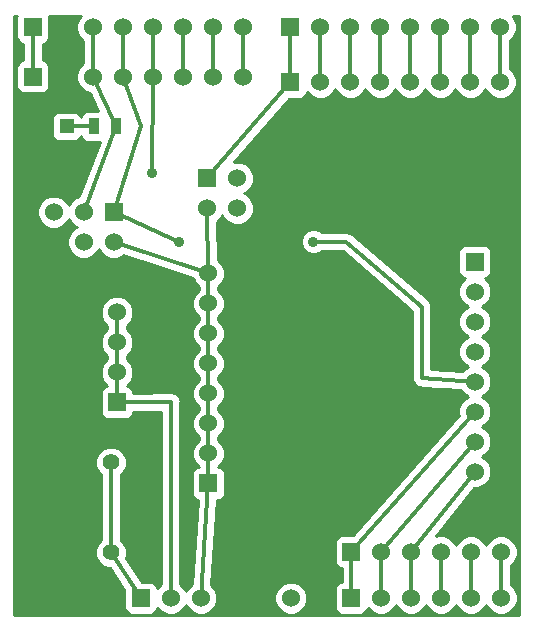
<source format=gtl>
G04 (created by PCBNEW-RS274X (2011-nov-30)-testing) date Fri 25 May 2012 05:34:57 PM EDT*
%MOIN*%
G04 Gerber Fmt 3.4, Leading zero omitted, Abs format*
%FSLAX34Y34*%
G01*
G70*
G90*
G04 APERTURE LIST*
%ADD10C,0.006*%
%ADD11R,0.0472X0.0472*%
%ADD12R,0.06X0.06*%
%ADD13C,0.06*%
%ADD14R,0.035X0.055*%
%ADD15C,0.055*%
%ADD16C,0.035*%
%ADD17C,0.014*%
%ADD18C,0.01*%
G04 APERTURE END LIST*
G54D10*
G54D11*
X55697Y-36800D03*
X56523Y-36800D03*
G54D12*
X58996Y-52520D03*
G54D13*
X59996Y-52520D03*
X60996Y-52520D03*
X61996Y-52520D03*
X62996Y-52520D03*
X63996Y-52520D03*
G54D12*
X61210Y-38530D03*
G54D13*
X62210Y-38530D03*
X61210Y-39530D03*
X62210Y-39530D03*
G54D12*
X58087Y-39657D03*
G54D13*
X58087Y-40657D03*
X57087Y-39657D03*
X57087Y-40657D03*
X56087Y-39657D03*
X56087Y-40657D03*
G54D14*
X57425Y-36800D03*
X58175Y-36800D03*
G54D15*
X58000Y-51000D03*
X56000Y-51000D03*
X58000Y-48000D03*
X56000Y-48000D03*
G54D12*
X55398Y-35146D03*
G54D13*
X56398Y-35146D03*
X57398Y-35146D03*
X58398Y-35146D03*
X59398Y-35146D03*
X60398Y-35146D03*
X61398Y-35146D03*
X62398Y-35146D03*
G54D12*
X63980Y-33491D03*
G54D13*
X64980Y-33491D03*
X65980Y-33491D03*
X66980Y-33491D03*
X67980Y-33491D03*
X68980Y-33491D03*
X69980Y-33491D03*
X70980Y-33491D03*
G54D12*
X63980Y-35320D03*
G54D13*
X64980Y-35320D03*
X65980Y-35320D03*
X66980Y-35320D03*
X67980Y-35320D03*
X68980Y-35320D03*
X69980Y-35320D03*
X70980Y-35320D03*
G54D12*
X55398Y-33492D03*
G54D13*
X56398Y-33492D03*
X57398Y-33492D03*
X58398Y-33492D03*
X59398Y-33492D03*
X60398Y-33492D03*
X61398Y-33492D03*
X62398Y-33492D03*
G54D12*
X61250Y-48700D03*
G54D13*
X61250Y-47700D03*
X61250Y-46700D03*
X61250Y-45700D03*
X61250Y-44700D03*
X61250Y-43700D03*
X61250Y-42700D03*
X61250Y-41700D03*
G54D12*
X65854Y-48776D03*
G54D13*
X65854Y-47776D03*
X65854Y-46776D03*
X65854Y-45776D03*
X65854Y-44776D03*
X65854Y-43776D03*
X65854Y-42776D03*
X65854Y-41776D03*
G54D12*
X70130Y-41303D03*
G54D13*
X70130Y-42303D03*
X70130Y-43303D03*
X70130Y-44303D03*
X70130Y-45303D03*
X70130Y-46303D03*
X70130Y-47303D03*
X70130Y-48303D03*
G54D12*
X66004Y-52520D03*
G54D13*
X67004Y-52520D03*
X68004Y-52520D03*
X69004Y-52520D03*
X70004Y-52520D03*
X71004Y-52520D03*
G54D12*
X66004Y-50984D03*
G54D13*
X67004Y-50984D03*
X68004Y-50984D03*
X69004Y-50984D03*
X70004Y-50984D03*
X71004Y-50984D03*
G54D12*
X58200Y-46000D03*
G54D13*
X58200Y-45000D03*
X58200Y-44000D03*
X58200Y-43000D03*
G54D16*
X59360Y-38360D03*
X60270Y-40640D03*
X64750Y-40640D03*
G54D17*
X60398Y-35146D02*
X60398Y-33492D01*
X59360Y-38360D02*
X59398Y-35146D01*
X59398Y-33492D02*
X59398Y-35146D01*
X64750Y-40640D02*
X65840Y-40640D01*
X58398Y-35146D02*
X58398Y-33492D01*
X59000Y-36800D02*
X58398Y-35146D01*
X58087Y-39657D02*
X59000Y-36800D01*
X65840Y-40640D02*
X68360Y-42810D01*
X68360Y-42810D02*
X68360Y-45190D01*
X68360Y-45190D02*
X70130Y-45303D01*
X58087Y-39657D02*
X60270Y-40640D01*
X57087Y-39657D02*
X58175Y-36800D01*
X58175Y-36800D02*
X57398Y-35146D01*
X57398Y-35146D02*
X57398Y-33492D01*
X68980Y-35320D02*
X68981Y-33492D01*
X67981Y-33492D02*
X67980Y-35320D01*
X58200Y-44000D02*
X58200Y-43000D01*
X58200Y-45000D02*
X58200Y-44000D01*
X58200Y-46000D02*
X58200Y-45000D01*
X59996Y-52520D02*
X60000Y-45980D01*
X60000Y-45980D02*
X58200Y-46000D01*
X66980Y-35320D02*
X66981Y-33492D01*
X65981Y-33492D02*
X65980Y-35320D01*
X61250Y-41700D02*
X61210Y-39530D01*
X61250Y-45700D02*
X61250Y-44700D01*
X60996Y-52520D02*
X61250Y-48700D01*
X61250Y-47700D02*
X61250Y-46700D01*
X61250Y-46700D02*
X61250Y-45700D01*
X61250Y-48700D02*
X61250Y-47700D01*
X61250Y-42700D02*
X61250Y-41700D01*
X61250Y-44700D02*
X61250Y-43700D01*
X61250Y-43700D02*
X61250Y-42700D01*
X61250Y-41700D02*
X58087Y-40657D01*
X64980Y-35320D02*
X64981Y-33492D01*
X61210Y-38530D02*
X63980Y-35320D01*
X63980Y-35320D02*
X63981Y-33492D01*
X62398Y-35146D02*
X62398Y-33492D01*
X61398Y-33492D02*
X61398Y-35146D01*
X66004Y-52520D02*
X66004Y-50984D01*
X66004Y-50984D02*
X70130Y-46303D01*
X67004Y-50984D02*
X70130Y-47303D01*
X67004Y-52520D02*
X67004Y-50984D01*
X68004Y-50984D02*
X70130Y-48303D01*
X68004Y-52520D02*
X68004Y-50984D01*
X69004Y-52520D02*
X69004Y-50984D01*
X70004Y-52520D02*
X70004Y-50984D01*
X71004Y-52520D02*
X71004Y-50984D01*
X55398Y-35146D02*
X55398Y-33492D01*
X58000Y-51000D02*
X58000Y-48000D01*
X58996Y-52520D02*
X58000Y-51000D01*
X70980Y-35320D02*
X70981Y-33492D01*
X69981Y-33492D02*
X69980Y-35320D01*
X57425Y-36800D02*
X56523Y-36800D01*
G54D10*
G36*
X71604Y-53100D02*
X71553Y-53100D01*
X71553Y-52629D01*
X71553Y-52411D01*
X71469Y-52209D01*
X71324Y-52064D01*
X71324Y-51440D01*
X71469Y-51295D01*
X71553Y-51093D01*
X71553Y-50875D01*
X71469Y-50673D01*
X71315Y-50519D01*
X71113Y-50435D01*
X70895Y-50435D01*
X70693Y-50519D01*
X70539Y-50673D01*
X70504Y-50757D01*
X70469Y-50673D01*
X70315Y-50519D01*
X70113Y-50435D01*
X69895Y-50435D01*
X69693Y-50519D01*
X69539Y-50673D01*
X69504Y-50757D01*
X69469Y-50673D01*
X69315Y-50519D01*
X69113Y-50435D01*
X68895Y-50435D01*
X68824Y-50464D01*
X70102Y-48852D01*
X70239Y-48852D01*
X70441Y-48768D01*
X70595Y-48614D01*
X70679Y-48412D01*
X70679Y-48194D01*
X70595Y-47992D01*
X70441Y-47838D01*
X70356Y-47803D01*
X70441Y-47768D01*
X70595Y-47614D01*
X70679Y-47412D01*
X70679Y-47194D01*
X70595Y-46992D01*
X70441Y-46838D01*
X70356Y-46803D01*
X70441Y-46768D01*
X70595Y-46614D01*
X70679Y-46412D01*
X70679Y-46194D01*
X70595Y-45992D01*
X70441Y-45838D01*
X70356Y-45803D01*
X70441Y-45768D01*
X70595Y-45614D01*
X70679Y-45412D01*
X70679Y-45194D01*
X70595Y-44992D01*
X70441Y-44838D01*
X70356Y-44803D01*
X70441Y-44768D01*
X70595Y-44614D01*
X70679Y-44412D01*
X70679Y-44194D01*
X70595Y-43992D01*
X70441Y-43838D01*
X70356Y-43803D01*
X70441Y-43768D01*
X70595Y-43614D01*
X70679Y-43412D01*
X70679Y-43194D01*
X70595Y-42992D01*
X70441Y-42838D01*
X70356Y-42803D01*
X70441Y-42768D01*
X70595Y-42614D01*
X70679Y-42412D01*
X70679Y-42194D01*
X70595Y-41992D01*
X70455Y-41852D01*
X70479Y-41852D01*
X70571Y-41814D01*
X70641Y-41744D01*
X70679Y-41653D01*
X70679Y-41554D01*
X70679Y-40954D01*
X70641Y-40862D01*
X70571Y-40792D01*
X70480Y-40754D01*
X70381Y-40754D01*
X69781Y-40754D01*
X69689Y-40792D01*
X69619Y-40862D01*
X69581Y-40953D01*
X69581Y-41052D01*
X69581Y-41652D01*
X69619Y-41744D01*
X69689Y-41814D01*
X69780Y-41852D01*
X69805Y-41852D01*
X69665Y-41992D01*
X69581Y-42194D01*
X69581Y-42412D01*
X69665Y-42614D01*
X69819Y-42768D01*
X69903Y-42803D01*
X69819Y-42838D01*
X69665Y-42992D01*
X69581Y-43194D01*
X69581Y-43412D01*
X69665Y-43614D01*
X69819Y-43768D01*
X69903Y-43803D01*
X69819Y-43838D01*
X69665Y-43992D01*
X69581Y-44194D01*
X69581Y-44412D01*
X69665Y-44614D01*
X69819Y-44768D01*
X69903Y-44803D01*
X69819Y-44838D01*
X69700Y-44956D01*
X68680Y-44890D01*
X68680Y-42810D01*
X68678Y-42800D01*
X68680Y-42784D01*
X68662Y-42723D01*
X68656Y-42688D01*
X68650Y-42680D01*
X68646Y-42663D01*
X68601Y-42606D01*
X68586Y-42584D01*
X68580Y-42580D01*
X68569Y-42566D01*
X66049Y-40397D01*
X65997Y-40368D01*
X65962Y-40344D01*
X65951Y-40341D01*
X65941Y-40336D01*
X65890Y-40329D01*
X65840Y-40320D01*
X65031Y-40320D01*
X64991Y-40280D01*
X64835Y-40215D01*
X64666Y-40215D01*
X64510Y-40279D01*
X64390Y-40399D01*
X64325Y-40555D01*
X64325Y-40724D01*
X64389Y-40880D01*
X64509Y-41000D01*
X64665Y-41065D01*
X64834Y-41065D01*
X64990Y-41001D01*
X65031Y-40960D01*
X65720Y-40960D01*
X68040Y-42954D01*
X68040Y-45190D01*
X68050Y-45244D01*
X68057Y-45293D01*
X68061Y-45301D01*
X68064Y-45312D01*
X68094Y-45357D01*
X68120Y-45401D01*
X68128Y-45407D01*
X68134Y-45416D01*
X68173Y-45442D01*
X68219Y-45478D01*
X68230Y-45480D01*
X68238Y-45486D01*
X68288Y-45495D01*
X68339Y-45509D01*
X68360Y-45510D01*
X69656Y-45594D01*
X69665Y-45614D01*
X69819Y-45768D01*
X69903Y-45803D01*
X69819Y-45838D01*
X69665Y-45992D01*
X69581Y-46194D01*
X69581Y-46412D01*
X69589Y-46432D01*
X66061Y-50435D01*
X65655Y-50435D01*
X65563Y-50473D01*
X65493Y-50543D01*
X65455Y-50634D01*
X65455Y-50733D01*
X65455Y-51333D01*
X65493Y-51425D01*
X65563Y-51495D01*
X65654Y-51533D01*
X65684Y-51533D01*
X65684Y-51971D01*
X65655Y-51971D01*
X65563Y-52009D01*
X65493Y-52079D01*
X65455Y-52170D01*
X65455Y-52269D01*
X65455Y-52869D01*
X65493Y-52961D01*
X65563Y-53031D01*
X65654Y-53069D01*
X65753Y-53069D01*
X66353Y-53069D01*
X66445Y-53031D01*
X66515Y-52961D01*
X66553Y-52870D01*
X66553Y-52845D01*
X66693Y-52985D01*
X66895Y-53069D01*
X67113Y-53069D01*
X67315Y-52985D01*
X67469Y-52831D01*
X67504Y-52746D01*
X67539Y-52831D01*
X67693Y-52985D01*
X67895Y-53069D01*
X68113Y-53069D01*
X68315Y-52985D01*
X68469Y-52831D01*
X68504Y-52746D01*
X68539Y-52831D01*
X68693Y-52985D01*
X68895Y-53069D01*
X69113Y-53069D01*
X69315Y-52985D01*
X69469Y-52831D01*
X69504Y-52746D01*
X69539Y-52831D01*
X69693Y-52985D01*
X69895Y-53069D01*
X70113Y-53069D01*
X70315Y-52985D01*
X70469Y-52831D01*
X70504Y-52746D01*
X70539Y-52831D01*
X70693Y-52985D01*
X70895Y-53069D01*
X71113Y-53069D01*
X71315Y-52985D01*
X71469Y-52831D01*
X71553Y-52629D01*
X71553Y-53100D01*
X64545Y-53100D01*
X64545Y-52629D01*
X64545Y-52411D01*
X64461Y-52209D01*
X64307Y-52055D01*
X64105Y-51971D01*
X63887Y-51971D01*
X63685Y-52055D01*
X63531Y-52209D01*
X63447Y-52411D01*
X63447Y-52629D01*
X63531Y-52831D01*
X63685Y-52985D01*
X63887Y-53069D01*
X64105Y-53069D01*
X64307Y-52985D01*
X64461Y-52831D01*
X64545Y-52629D01*
X64545Y-53100D01*
X54774Y-53100D01*
X54774Y-33121D01*
X54857Y-33121D01*
X54849Y-33142D01*
X54849Y-33241D01*
X54849Y-33841D01*
X54887Y-33933D01*
X54957Y-34003D01*
X55048Y-34041D01*
X55078Y-34041D01*
X55078Y-34597D01*
X55049Y-34597D01*
X54957Y-34635D01*
X54887Y-34705D01*
X54849Y-34796D01*
X54849Y-34895D01*
X54849Y-35495D01*
X54887Y-35587D01*
X54957Y-35657D01*
X55048Y-35695D01*
X55147Y-35695D01*
X55747Y-35695D01*
X55839Y-35657D01*
X55909Y-35587D01*
X55947Y-35496D01*
X55947Y-35397D01*
X55947Y-34797D01*
X55909Y-34705D01*
X55839Y-34635D01*
X55748Y-34597D01*
X55718Y-34597D01*
X55718Y-34041D01*
X55747Y-34041D01*
X55839Y-34003D01*
X55909Y-33933D01*
X55947Y-33842D01*
X55947Y-33743D01*
X55947Y-33143D01*
X55937Y-33121D01*
X56993Y-33121D01*
X56933Y-33181D01*
X56849Y-33383D01*
X56849Y-33601D01*
X56933Y-33803D01*
X57078Y-33948D01*
X57078Y-34690D01*
X56933Y-34835D01*
X56849Y-35037D01*
X56849Y-35255D01*
X56933Y-35457D01*
X57087Y-35611D01*
X57289Y-35695D01*
X57302Y-35695D01*
X57575Y-36276D01*
X57551Y-36276D01*
X57201Y-36276D01*
X57109Y-36314D01*
X57039Y-36384D01*
X57001Y-36475D01*
X57001Y-36480D01*
X56993Y-36480D01*
X56970Y-36423D01*
X56900Y-36353D01*
X56809Y-36315D01*
X56710Y-36315D01*
X56238Y-36315D01*
X56146Y-36353D01*
X56076Y-36423D01*
X56038Y-36514D01*
X56038Y-36613D01*
X56038Y-37085D01*
X56076Y-37177D01*
X56146Y-37247D01*
X56237Y-37285D01*
X56336Y-37285D01*
X56808Y-37285D01*
X56900Y-37247D01*
X56970Y-37177D01*
X56993Y-37120D01*
X57001Y-37120D01*
X57001Y-37124D01*
X57039Y-37216D01*
X57109Y-37286D01*
X57200Y-37324D01*
X57299Y-37324D01*
X57630Y-37324D01*
X56948Y-39120D01*
X56776Y-39192D01*
X56622Y-39346D01*
X56587Y-39430D01*
X56552Y-39346D01*
X56398Y-39192D01*
X56196Y-39108D01*
X55978Y-39108D01*
X55776Y-39192D01*
X55622Y-39346D01*
X55538Y-39548D01*
X55538Y-39766D01*
X55622Y-39968D01*
X55776Y-40122D01*
X55978Y-40206D01*
X56196Y-40206D01*
X56398Y-40122D01*
X56552Y-39968D01*
X56587Y-39883D01*
X56622Y-39968D01*
X56776Y-40122D01*
X56860Y-40157D01*
X56776Y-40192D01*
X56622Y-40346D01*
X56538Y-40548D01*
X56538Y-40766D01*
X56622Y-40968D01*
X56776Y-41122D01*
X56978Y-41206D01*
X57196Y-41206D01*
X57398Y-41122D01*
X57552Y-40968D01*
X57587Y-40883D01*
X57622Y-40968D01*
X57776Y-41122D01*
X57978Y-41206D01*
X58196Y-41206D01*
X58398Y-41122D01*
X58417Y-41102D01*
X60722Y-41860D01*
X60785Y-42011D01*
X60930Y-42156D01*
X60930Y-42244D01*
X60785Y-42389D01*
X60701Y-42591D01*
X60701Y-42809D01*
X60785Y-43011D01*
X60930Y-43156D01*
X60930Y-43244D01*
X60785Y-43389D01*
X60701Y-43591D01*
X60701Y-43809D01*
X60785Y-44011D01*
X60930Y-44156D01*
X60930Y-44244D01*
X60785Y-44389D01*
X60701Y-44591D01*
X60701Y-44809D01*
X60785Y-45011D01*
X60930Y-45156D01*
X60930Y-45244D01*
X60785Y-45389D01*
X60701Y-45591D01*
X60701Y-45809D01*
X60785Y-46011D01*
X60930Y-46156D01*
X60930Y-46244D01*
X60785Y-46389D01*
X60701Y-46591D01*
X60701Y-46809D01*
X60785Y-47011D01*
X60930Y-47156D01*
X60930Y-47244D01*
X60785Y-47389D01*
X60701Y-47591D01*
X60701Y-47809D01*
X60785Y-48011D01*
X60925Y-48151D01*
X60901Y-48151D01*
X60809Y-48189D01*
X60739Y-48259D01*
X60701Y-48350D01*
X60701Y-48449D01*
X60701Y-49049D01*
X60739Y-49141D01*
X60809Y-49211D01*
X60892Y-49245D01*
X60707Y-52045D01*
X60685Y-52055D01*
X60531Y-52209D01*
X60496Y-52293D01*
X60461Y-52209D01*
X60316Y-52064D01*
X60316Y-45999D01*
X60320Y-45978D01*
X60295Y-45856D01*
X60224Y-45753D01*
X60119Y-45684D01*
X60095Y-45679D01*
X59996Y-45660D01*
X59990Y-45661D01*
X58749Y-45674D01*
X58749Y-45651D01*
X58711Y-45559D01*
X58641Y-45489D01*
X58550Y-45451D01*
X58525Y-45451D01*
X58665Y-45311D01*
X58749Y-45109D01*
X58749Y-44891D01*
X58665Y-44689D01*
X58520Y-44544D01*
X58520Y-44456D01*
X58665Y-44311D01*
X58749Y-44109D01*
X58749Y-43891D01*
X58665Y-43689D01*
X58520Y-43544D01*
X58520Y-43456D01*
X58665Y-43311D01*
X58749Y-43109D01*
X58749Y-42891D01*
X58665Y-42689D01*
X58511Y-42535D01*
X58309Y-42451D01*
X58091Y-42451D01*
X57889Y-42535D01*
X57735Y-42689D01*
X57651Y-42891D01*
X57651Y-43109D01*
X57735Y-43311D01*
X57880Y-43456D01*
X57880Y-43544D01*
X57735Y-43689D01*
X57651Y-43891D01*
X57651Y-44109D01*
X57735Y-44311D01*
X57880Y-44456D01*
X57880Y-44544D01*
X57735Y-44689D01*
X57651Y-44891D01*
X57651Y-45109D01*
X57735Y-45311D01*
X57875Y-45451D01*
X57851Y-45451D01*
X57759Y-45489D01*
X57689Y-45559D01*
X57651Y-45650D01*
X57651Y-45749D01*
X57651Y-46349D01*
X57689Y-46441D01*
X57759Y-46511D01*
X57850Y-46549D01*
X57949Y-46549D01*
X58549Y-46549D01*
X58641Y-46511D01*
X58711Y-46441D01*
X58749Y-46350D01*
X58749Y-46314D01*
X59676Y-46304D01*
X59676Y-52064D01*
X59545Y-52195D01*
X59545Y-52171D01*
X59507Y-52079D01*
X59437Y-52009D01*
X59346Y-51971D01*
X59247Y-51971D01*
X59018Y-51971D01*
X58496Y-51173D01*
X58525Y-51105D01*
X58525Y-50896D01*
X58445Y-50703D01*
X58320Y-50577D01*
X58320Y-48422D01*
X58445Y-48298D01*
X58525Y-48105D01*
X58525Y-47896D01*
X58445Y-47703D01*
X58298Y-47555D01*
X58105Y-47475D01*
X57896Y-47475D01*
X57703Y-47555D01*
X57555Y-47702D01*
X57475Y-47895D01*
X57475Y-48104D01*
X57555Y-48297D01*
X57680Y-48422D01*
X57680Y-50577D01*
X57555Y-50702D01*
X57475Y-50895D01*
X57475Y-51104D01*
X57555Y-51297D01*
X57702Y-51445D01*
X57895Y-51525D01*
X57960Y-51525D01*
X58447Y-52267D01*
X58447Y-52269D01*
X58447Y-52869D01*
X58485Y-52961D01*
X58555Y-53031D01*
X58646Y-53069D01*
X58745Y-53069D01*
X59345Y-53069D01*
X59437Y-53031D01*
X59507Y-52961D01*
X59545Y-52870D01*
X59545Y-52845D01*
X59685Y-52985D01*
X59887Y-53069D01*
X60105Y-53069D01*
X60307Y-52985D01*
X60461Y-52831D01*
X60496Y-52746D01*
X60531Y-52831D01*
X60685Y-52985D01*
X60887Y-53069D01*
X61105Y-53069D01*
X61307Y-52985D01*
X61461Y-52831D01*
X61545Y-52629D01*
X61545Y-52411D01*
X61461Y-52209D01*
X61344Y-52092D01*
X61533Y-49249D01*
X61599Y-49249D01*
X61691Y-49211D01*
X61761Y-49141D01*
X61799Y-49050D01*
X61799Y-48951D01*
X61799Y-48351D01*
X61761Y-48259D01*
X61691Y-48189D01*
X61600Y-48151D01*
X61575Y-48151D01*
X61715Y-48011D01*
X61799Y-47809D01*
X61799Y-47591D01*
X61715Y-47389D01*
X61570Y-47244D01*
X61570Y-47156D01*
X61715Y-47011D01*
X61799Y-46809D01*
X61799Y-46591D01*
X61715Y-46389D01*
X61570Y-46244D01*
X61570Y-46156D01*
X61715Y-46011D01*
X61799Y-45809D01*
X61799Y-45591D01*
X61715Y-45389D01*
X61570Y-45244D01*
X61570Y-45156D01*
X61715Y-45011D01*
X61799Y-44809D01*
X61799Y-44591D01*
X61715Y-44389D01*
X61570Y-44244D01*
X61570Y-44156D01*
X61715Y-44011D01*
X61799Y-43809D01*
X61799Y-43591D01*
X61715Y-43389D01*
X61570Y-43244D01*
X61570Y-43156D01*
X61715Y-43011D01*
X61799Y-42809D01*
X61799Y-42591D01*
X61715Y-42389D01*
X61570Y-42244D01*
X61570Y-42156D01*
X61715Y-42011D01*
X61799Y-41809D01*
X61799Y-41591D01*
X61715Y-41389D01*
X61563Y-41237D01*
X61538Y-39977D01*
X61675Y-39841D01*
X61710Y-39756D01*
X61745Y-39841D01*
X61899Y-39995D01*
X62101Y-40079D01*
X62319Y-40079D01*
X62521Y-39995D01*
X62675Y-39841D01*
X62759Y-39639D01*
X62759Y-39421D01*
X62675Y-39219D01*
X62521Y-39065D01*
X62436Y-39030D01*
X62521Y-38995D01*
X62675Y-38841D01*
X62759Y-38639D01*
X62759Y-38421D01*
X62675Y-38219D01*
X62521Y-38065D01*
X62319Y-37981D01*
X62106Y-37981D01*
X63929Y-35869D01*
X64329Y-35869D01*
X64421Y-35831D01*
X64491Y-35761D01*
X64529Y-35670D01*
X64529Y-35645D01*
X64669Y-35785D01*
X64871Y-35869D01*
X65089Y-35869D01*
X65291Y-35785D01*
X65445Y-35631D01*
X65480Y-35546D01*
X65515Y-35631D01*
X65669Y-35785D01*
X65871Y-35869D01*
X66089Y-35869D01*
X66291Y-35785D01*
X66445Y-35631D01*
X66480Y-35546D01*
X66515Y-35631D01*
X66669Y-35785D01*
X66871Y-35869D01*
X67089Y-35869D01*
X67291Y-35785D01*
X67445Y-35631D01*
X67480Y-35546D01*
X67515Y-35631D01*
X67669Y-35785D01*
X67871Y-35869D01*
X68089Y-35869D01*
X68291Y-35785D01*
X68445Y-35631D01*
X68480Y-35546D01*
X68515Y-35631D01*
X68669Y-35785D01*
X68871Y-35869D01*
X69089Y-35869D01*
X69291Y-35785D01*
X69445Y-35631D01*
X69480Y-35546D01*
X69515Y-35631D01*
X69669Y-35785D01*
X69871Y-35869D01*
X70089Y-35869D01*
X70291Y-35785D01*
X70445Y-35631D01*
X70480Y-35546D01*
X70515Y-35631D01*
X70669Y-35785D01*
X70871Y-35869D01*
X71089Y-35869D01*
X71291Y-35785D01*
X71445Y-35631D01*
X71529Y-35429D01*
X71529Y-35211D01*
X71445Y-35009D01*
X71300Y-34864D01*
X71300Y-33947D01*
X71445Y-33802D01*
X71529Y-33600D01*
X71529Y-33382D01*
X71445Y-33180D01*
X71386Y-33121D01*
X71604Y-33121D01*
X71604Y-53100D01*
X71604Y-53100D01*
G37*
G54D18*
X71604Y-53100D02*
X71553Y-53100D01*
X71553Y-52629D01*
X71553Y-52411D01*
X71469Y-52209D01*
X71324Y-52064D01*
X71324Y-51440D01*
X71469Y-51295D01*
X71553Y-51093D01*
X71553Y-50875D01*
X71469Y-50673D01*
X71315Y-50519D01*
X71113Y-50435D01*
X70895Y-50435D01*
X70693Y-50519D01*
X70539Y-50673D01*
X70504Y-50757D01*
X70469Y-50673D01*
X70315Y-50519D01*
X70113Y-50435D01*
X69895Y-50435D01*
X69693Y-50519D01*
X69539Y-50673D01*
X69504Y-50757D01*
X69469Y-50673D01*
X69315Y-50519D01*
X69113Y-50435D01*
X68895Y-50435D01*
X68824Y-50464D01*
X70102Y-48852D01*
X70239Y-48852D01*
X70441Y-48768D01*
X70595Y-48614D01*
X70679Y-48412D01*
X70679Y-48194D01*
X70595Y-47992D01*
X70441Y-47838D01*
X70356Y-47803D01*
X70441Y-47768D01*
X70595Y-47614D01*
X70679Y-47412D01*
X70679Y-47194D01*
X70595Y-46992D01*
X70441Y-46838D01*
X70356Y-46803D01*
X70441Y-46768D01*
X70595Y-46614D01*
X70679Y-46412D01*
X70679Y-46194D01*
X70595Y-45992D01*
X70441Y-45838D01*
X70356Y-45803D01*
X70441Y-45768D01*
X70595Y-45614D01*
X70679Y-45412D01*
X70679Y-45194D01*
X70595Y-44992D01*
X70441Y-44838D01*
X70356Y-44803D01*
X70441Y-44768D01*
X70595Y-44614D01*
X70679Y-44412D01*
X70679Y-44194D01*
X70595Y-43992D01*
X70441Y-43838D01*
X70356Y-43803D01*
X70441Y-43768D01*
X70595Y-43614D01*
X70679Y-43412D01*
X70679Y-43194D01*
X70595Y-42992D01*
X70441Y-42838D01*
X70356Y-42803D01*
X70441Y-42768D01*
X70595Y-42614D01*
X70679Y-42412D01*
X70679Y-42194D01*
X70595Y-41992D01*
X70455Y-41852D01*
X70479Y-41852D01*
X70571Y-41814D01*
X70641Y-41744D01*
X70679Y-41653D01*
X70679Y-41554D01*
X70679Y-40954D01*
X70641Y-40862D01*
X70571Y-40792D01*
X70480Y-40754D01*
X70381Y-40754D01*
X69781Y-40754D01*
X69689Y-40792D01*
X69619Y-40862D01*
X69581Y-40953D01*
X69581Y-41052D01*
X69581Y-41652D01*
X69619Y-41744D01*
X69689Y-41814D01*
X69780Y-41852D01*
X69805Y-41852D01*
X69665Y-41992D01*
X69581Y-42194D01*
X69581Y-42412D01*
X69665Y-42614D01*
X69819Y-42768D01*
X69903Y-42803D01*
X69819Y-42838D01*
X69665Y-42992D01*
X69581Y-43194D01*
X69581Y-43412D01*
X69665Y-43614D01*
X69819Y-43768D01*
X69903Y-43803D01*
X69819Y-43838D01*
X69665Y-43992D01*
X69581Y-44194D01*
X69581Y-44412D01*
X69665Y-44614D01*
X69819Y-44768D01*
X69903Y-44803D01*
X69819Y-44838D01*
X69700Y-44956D01*
X68680Y-44890D01*
X68680Y-42810D01*
X68678Y-42800D01*
X68680Y-42784D01*
X68662Y-42723D01*
X68656Y-42688D01*
X68650Y-42680D01*
X68646Y-42663D01*
X68601Y-42606D01*
X68586Y-42584D01*
X68580Y-42580D01*
X68569Y-42566D01*
X66049Y-40397D01*
X65997Y-40368D01*
X65962Y-40344D01*
X65951Y-40341D01*
X65941Y-40336D01*
X65890Y-40329D01*
X65840Y-40320D01*
X65031Y-40320D01*
X64991Y-40280D01*
X64835Y-40215D01*
X64666Y-40215D01*
X64510Y-40279D01*
X64390Y-40399D01*
X64325Y-40555D01*
X64325Y-40724D01*
X64389Y-40880D01*
X64509Y-41000D01*
X64665Y-41065D01*
X64834Y-41065D01*
X64990Y-41001D01*
X65031Y-40960D01*
X65720Y-40960D01*
X68040Y-42954D01*
X68040Y-45190D01*
X68050Y-45244D01*
X68057Y-45293D01*
X68061Y-45301D01*
X68064Y-45312D01*
X68094Y-45357D01*
X68120Y-45401D01*
X68128Y-45407D01*
X68134Y-45416D01*
X68173Y-45442D01*
X68219Y-45478D01*
X68230Y-45480D01*
X68238Y-45486D01*
X68288Y-45495D01*
X68339Y-45509D01*
X68360Y-45510D01*
X69656Y-45594D01*
X69665Y-45614D01*
X69819Y-45768D01*
X69903Y-45803D01*
X69819Y-45838D01*
X69665Y-45992D01*
X69581Y-46194D01*
X69581Y-46412D01*
X69589Y-46432D01*
X66061Y-50435D01*
X65655Y-50435D01*
X65563Y-50473D01*
X65493Y-50543D01*
X65455Y-50634D01*
X65455Y-50733D01*
X65455Y-51333D01*
X65493Y-51425D01*
X65563Y-51495D01*
X65654Y-51533D01*
X65684Y-51533D01*
X65684Y-51971D01*
X65655Y-51971D01*
X65563Y-52009D01*
X65493Y-52079D01*
X65455Y-52170D01*
X65455Y-52269D01*
X65455Y-52869D01*
X65493Y-52961D01*
X65563Y-53031D01*
X65654Y-53069D01*
X65753Y-53069D01*
X66353Y-53069D01*
X66445Y-53031D01*
X66515Y-52961D01*
X66553Y-52870D01*
X66553Y-52845D01*
X66693Y-52985D01*
X66895Y-53069D01*
X67113Y-53069D01*
X67315Y-52985D01*
X67469Y-52831D01*
X67504Y-52746D01*
X67539Y-52831D01*
X67693Y-52985D01*
X67895Y-53069D01*
X68113Y-53069D01*
X68315Y-52985D01*
X68469Y-52831D01*
X68504Y-52746D01*
X68539Y-52831D01*
X68693Y-52985D01*
X68895Y-53069D01*
X69113Y-53069D01*
X69315Y-52985D01*
X69469Y-52831D01*
X69504Y-52746D01*
X69539Y-52831D01*
X69693Y-52985D01*
X69895Y-53069D01*
X70113Y-53069D01*
X70315Y-52985D01*
X70469Y-52831D01*
X70504Y-52746D01*
X70539Y-52831D01*
X70693Y-52985D01*
X70895Y-53069D01*
X71113Y-53069D01*
X71315Y-52985D01*
X71469Y-52831D01*
X71553Y-52629D01*
X71553Y-53100D01*
X64545Y-53100D01*
X64545Y-52629D01*
X64545Y-52411D01*
X64461Y-52209D01*
X64307Y-52055D01*
X64105Y-51971D01*
X63887Y-51971D01*
X63685Y-52055D01*
X63531Y-52209D01*
X63447Y-52411D01*
X63447Y-52629D01*
X63531Y-52831D01*
X63685Y-52985D01*
X63887Y-53069D01*
X64105Y-53069D01*
X64307Y-52985D01*
X64461Y-52831D01*
X64545Y-52629D01*
X64545Y-53100D01*
X54774Y-53100D01*
X54774Y-33121D01*
X54857Y-33121D01*
X54849Y-33142D01*
X54849Y-33241D01*
X54849Y-33841D01*
X54887Y-33933D01*
X54957Y-34003D01*
X55048Y-34041D01*
X55078Y-34041D01*
X55078Y-34597D01*
X55049Y-34597D01*
X54957Y-34635D01*
X54887Y-34705D01*
X54849Y-34796D01*
X54849Y-34895D01*
X54849Y-35495D01*
X54887Y-35587D01*
X54957Y-35657D01*
X55048Y-35695D01*
X55147Y-35695D01*
X55747Y-35695D01*
X55839Y-35657D01*
X55909Y-35587D01*
X55947Y-35496D01*
X55947Y-35397D01*
X55947Y-34797D01*
X55909Y-34705D01*
X55839Y-34635D01*
X55748Y-34597D01*
X55718Y-34597D01*
X55718Y-34041D01*
X55747Y-34041D01*
X55839Y-34003D01*
X55909Y-33933D01*
X55947Y-33842D01*
X55947Y-33743D01*
X55947Y-33143D01*
X55937Y-33121D01*
X56993Y-33121D01*
X56933Y-33181D01*
X56849Y-33383D01*
X56849Y-33601D01*
X56933Y-33803D01*
X57078Y-33948D01*
X57078Y-34690D01*
X56933Y-34835D01*
X56849Y-35037D01*
X56849Y-35255D01*
X56933Y-35457D01*
X57087Y-35611D01*
X57289Y-35695D01*
X57302Y-35695D01*
X57575Y-36276D01*
X57551Y-36276D01*
X57201Y-36276D01*
X57109Y-36314D01*
X57039Y-36384D01*
X57001Y-36475D01*
X57001Y-36480D01*
X56993Y-36480D01*
X56970Y-36423D01*
X56900Y-36353D01*
X56809Y-36315D01*
X56710Y-36315D01*
X56238Y-36315D01*
X56146Y-36353D01*
X56076Y-36423D01*
X56038Y-36514D01*
X56038Y-36613D01*
X56038Y-37085D01*
X56076Y-37177D01*
X56146Y-37247D01*
X56237Y-37285D01*
X56336Y-37285D01*
X56808Y-37285D01*
X56900Y-37247D01*
X56970Y-37177D01*
X56993Y-37120D01*
X57001Y-37120D01*
X57001Y-37124D01*
X57039Y-37216D01*
X57109Y-37286D01*
X57200Y-37324D01*
X57299Y-37324D01*
X57630Y-37324D01*
X56948Y-39120D01*
X56776Y-39192D01*
X56622Y-39346D01*
X56587Y-39430D01*
X56552Y-39346D01*
X56398Y-39192D01*
X56196Y-39108D01*
X55978Y-39108D01*
X55776Y-39192D01*
X55622Y-39346D01*
X55538Y-39548D01*
X55538Y-39766D01*
X55622Y-39968D01*
X55776Y-40122D01*
X55978Y-40206D01*
X56196Y-40206D01*
X56398Y-40122D01*
X56552Y-39968D01*
X56587Y-39883D01*
X56622Y-39968D01*
X56776Y-40122D01*
X56860Y-40157D01*
X56776Y-40192D01*
X56622Y-40346D01*
X56538Y-40548D01*
X56538Y-40766D01*
X56622Y-40968D01*
X56776Y-41122D01*
X56978Y-41206D01*
X57196Y-41206D01*
X57398Y-41122D01*
X57552Y-40968D01*
X57587Y-40883D01*
X57622Y-40968D01*
X57776Y-41122D01*
X57978Y-41206D01*
X58196Y-41206D01*
X58398Y-41122D01*
X58417Y-41102D01*
X60722Y-41860D01*
X60785Y-42011D01*
X60930Y-42156D01*
X60930Y-42244D01*
X60785Y-42389D01*
X60701Y-42591D01*
X60701Y-42809D01*
X60785Y-43011D01*
X60930Y-43156D01*
X60930Y-43244D01*
X60785Y-43389D01*
X60701Y-43591D01*
X60701Y-43809D01*
X60785Y-44011D01*
X60930Y-44156D01*
X60930Y-44244D01*
X60785Y-44389D01*
X60701Y-44591D01*
X60701Y-44809D01*
X60785Y-45011D01*
X60930Y-45156D01*
X60930Y-45244D01*
X60785Y-45389D01*
X60701Y-45591D01*
X60701Y-45809D01*
X60785Y-46011D01*
X60930Y-46156D01*
X60930Y-46244D01*
X60785Y-46389D01*
X60701Y-46591D01*
X60701Y-46809D01*
X60785Y-47011D01*
X60930Y-47156D01*
X60930Y-47244D01*
X60785Y-47389D01*
X60701Y-47591D01*
X60701Y-47809D01*
X60785Y-48011D01*
X60925Y-48151D01*
X60901Y-48151D01*
X60809Y-48189D01*
X60739Y-48259D01*
X60701Y-48350D01*
X60701Y-48449D01*
X60701Y-49049D01*
X60739Y-49141D01*
X60809Y-49211D01*
X60892Y-49245D01*
X60707Y-52045D01*
X60685Y-52055D01*
X60531Y-52209D01*
X60496Y-52293D01*
X60461Y-52209D01*
X60316Y-52064D01*
X60316Y-45999D01*
X60320Y-45978D01*
X60295Y-45856D01*
X60224Y-45753D01*
X60119Y-45684D01*
X60095Y-45679D01*
X59996Y-45660D01*
X59990Y-45661D01*
X58749Y-45674D01*
X58749Y-45651D01*
X58711Y-45559D01*
X58641Y-45489D01*
X58550Y-45451D01*
X58525Y-45451D01*
X58665Y-45311D01*
X58749Y-45109D01*
X58749Y-44891D01*
X58665Y-44689D01*
X58520Y-44544D01*
X58520Y-44456D01*
X58665Y-44311D01*
X58749Y-44109D01*
X58749Y-43891D01*
X58665Y-43689D01*
X58520Y-43544D01*
X58520Y-43456D01*
X58665Y-43311D01*
X58749Y-43109D01*
X58749Y-42891D01*
X58665Y-42689D01*
X58511Y-42535D01*
X58309Y-42451D01*
X58091Y-42451D01*
X57889Y-42535D01*
X57735Y-42689D01*
X57651Y-42891D01*
X57651Y-43109D01*
X57735Y-43311D01*
X57880Y-43456D01*
X57880Y-43544D01*
X57735Y-43689D01*
X57651Y-43891D01*
X57651Y-44109D01*
X57735Y-44311D01*
X57880Y-44456D01*
X57880Y-44544D01*
X57735Y-44689D01*
X57651Y-44891D01*
X57651Y-45109D01*
X57735Y-45311D01*
X57875Y-45451D01*
X57851Y-45451D01*
X57759Y-45489D01*
X57689Y-45559D01*
X57651Y-45650D01*
X57651Y-45749D01*
X57651Y-46349D01*
X57689Y-46441D01*
X57759Y-46511D01*
X57850Y-46549D01*
X57949Y-46549D01*
X58549Y-46549D01*
X58641Y-46511D01*
X58711Y-46441D01*
X58749Y-46350D01*
X58749Y-46314D01*
X59676Y-46304D01*
X59676Y-52064D01*
X59545Y-52195D01*
X59545Y-52171D01*
X59507Y-52079D01*
X59437Y-52009D01*
X59346Y-51971D01*
X59247Y-51971D01*
X59018Y-51971D01*
X58496Y-51173D01*
X58525Y-51105D01*
X58525Y-50896D01*
X58445Y-50703D01*
X58320Y-50577D01*
X58320Y-48422D01*
X58445Y-48298D01*
X58525Y-48105D01*
X58525Y-47896D01*
X58445Y-47703D01*
X58298Y-47555D01*
X58105Y-47475D01*
X57896Y-47475D01*
X57703Y-47555D01*
X57555Y-47702D01*
X57475Y-47895D01*
X57475Y-48104D01*
X57555Y-48297D01*
X57680Y-48422D01*
X57680Y-50577D01*
X57555Y-50702D01*
X57475Y-50895D01*
X57475Y-51104D01*
X57555Y-51297D01*
X57702Y-51445D01*
X57895Y-51525D01*
X57960Y-51525D01*
X58447Y-52267D01*
X58447Y-52269D01*
X58447Y-52869D01*
X58485Y-52961D01*
X58555Y-53031D01*
X58646Y-53069D01*
X58745Y-53069D01*
X59345Y-53069D01*
X59437Y-53031D01*
X59507Y-52961D01*
X59545Y-52870D01*
X59545Y-52845D01*
X59685Y-52985D01*
X59887Y-53069D01*
X60105Y-53069D01*
X60307Y-52985D01*
X60461Y-52831D01*
X60496Y-52746D01*
X60531Y-52831D01*
X60685Y-52985D01*
X60887Y-53069D01*
X61105Y-53069D01*
X61307Y-52985D01*
X61461Y-52831D01*
X61545Y-52629D01*
X61545Y-52411D01*
X61461Y-52209D01*
X61344Y-52092D01*
X61533Y-49249D01*
X61599Y-49249D01*
X61691Y-49211D01*
X61761Y-49141D01*
X61799Y-49050D01*
X61799Y-48951D01*
X61799Y-48351D01*
X61761Y-48259D01*
X61691Y-48189D01*
X61600Y-48151D01*
X61575Y-48151D01*
X61715Y-48011D01*
X61799Y-47809D01*
X61799Y-47591D01*
X61715Y-47389D01*
X61570Y-47244D01*
X61570Y-47156D01*
X61715Y-47011D01*
X61799Y-46809D01*
X61799Y-46591D01*
X61715Y-46389D01*
X61570Y-46244D01*
X61570Y-46156D01*
X61715Y-46011D01*
X61799Y-45809D01*
X61799Y-45591D01*
X61715Y-45389D01*
X61570Y-45244D01*
X61570Y-45156D01*
X61715Y-45011D01*
X61799Y-44809D01*
X61799Y-44591D01*
X61715Y-44389D01*
X61570Y-44244D01*
X61570Y-44156D01*
X61715Y-44011D01*
X61799Y-43809D01*
X61799Y-43591D01*
X61715Y-43389D01*
X61570Y-43244D01*
X61570Y-43156D01*
X61715Y-43011D01*
X61799Y-42809D01*
X61799Y-42591D01*
X61715Y-42389D01*
X61570Y-42244D01*
X61570Y-42156D01*
X61715Y-42011D01*
X61799Y-41809D01*
X61799Y-41591D01*
X61715Y-41389D01*
X61563Y-41237D01*
X61538Y-39977D01*
X61675Y-39841D01*
X61710Y-39756D01*
X61745Y-39841D01*
X61899Y-39995D01*
X62101Y-40079D01*
X62319Y-40079D01*
X62521Y-39995D01*
X62675Y-39841D01*
X62759Y-39639D01*
X62759Y-39421D01*
X62675Y-39219D01*
X62521Y-39065D01*
X62436Y-39030D01*
X62521Y-38995D01*
X62675Y-38841D01*
X62759Y-38639D01*
X62759Y-38421D01*
X62675Y-38219D01*
X62521Y-38065D01*
X62319Y-37981D01*
X62106Y-37981D01*
X63929Y-35869D01*
X64329Y-35869D01*
X64421Y-35831D01*
X64491Y-35761D01*
X64529Y-35670D01*
X64529Y-35645D01*
X64669Y-35785D01*
X64871Y-35869D01*
X65089Y-35869D01*
X65291Y-35785D01*
X65445Y-35631D01*
X65480Y-35546D01*
X65515Y-35631D01*
X65669Y-35785D01*
X65871Y-35869D01*
X66089Y-35869D01*
X66291Y-35785D01*
X66445Y-35631D01*
X66480Y-35546D01*
X66515Y-35631D01*
X66669Y-35785D01*
X66871Y-35869D01*
X67089Y-35869D01*
X67291Y-35785D01*
X67445Y-35631D01*
X67480Y-35546D01*
X67515Y-35631D01*
X67669Y-35785D01*
X67871Y-35869D01*
X68089Y-35869D01*
X68291Y-35785D01*
X68445Y-35631D01*
X68480Y-35546D01*
X68515Y-35631D01*
X68669Y-35785D01*
X68871Y-35869D01*
X69089Y-35869D01*
X69291Y-35785D01*
X69445Y-35631D01*
X69480Y-35546D01*
X69515Y-35631D01*
X69669Y-35785D01*
X69871Y-35869D01*
X70089Y-35869D01*
X70291Y-35785D01*
X70445Y-35631D01*
X70480Y-35546D01*
X70515Y-35631D01*
X70669Y-35785D01*
X70871Y-35869D01*
X71089Y-35869D01*
X71291Y-35785D01*
X71445Y-35631D01*
X71529Y-35429D01*
X71529Y-35211D01*
X71445Y-35009D01*
X71300Y-34864D01*
X71300Y-33947D01*
X71445Y-33802D01*
X71529Y-33600D01*
X71529Y-33382D01*
X71445Y-33180D01*
X71386Y-33121D01*
X71604Y-33121D01*
X71604Y-53100D01*
M02*

</source>
